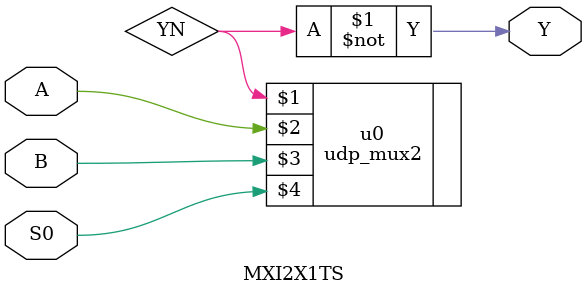
<source format=sv>

`timescale 1ns/1ps
`celldefine
module MXI2X1TS (Y, A, B, S0);
output Y;
input A, B, S0;

  udp_mux2 u0(YN, A, B, S0);
  not      u1(Y, YN);
/*  specify
    // delay parameters
    specparam
      tplh$A$Y = 1.0,
      tphl$A$Y = 1.0,
      tplh$B$Y = 1.0,
      tphl$B$Y = 1.0,
      tplh$S0$Y = 1.0,
      tphl$S0$Y = 1.0;
    // path delays
     if ((A == 1'b1) && (B == 1'b0))
	(S0 *> Y) = (tplh$S0$Y, tphl$S0$Y);
     if ((A == 1'b0) && (B == 1'b1))
	(S0 *> Y) = (tplh$S0$Y, tphl$S0$Y);
    if (B == 1'b0 && S0 == 1'b0 )
       (A *> Y) = (tplh$A$Y, tphl$A$Y); 
    if (B == 1'b1 && S0 == 1'b0 )
       (A *> Y) = (tplh$A$Y, tphl$A$Y); 
    if (A == 1'b0 && S0 == 1'b1 )
       (B *> Y) = (tplh$B$Y, tphl$B$Y); 
    if (A == 1'b1 && S0 == 1'b1 )
       (B *> Y) = (tplh$B$Y, tphl$B$Y);
  endspecify  */

endmodule // MXI2X1TS
`endcelldefine

</source>
